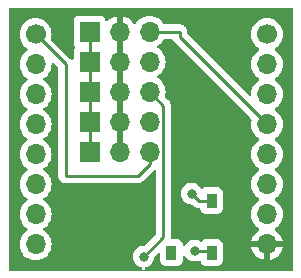
<source format=gbr>
%TF.GenerationSoftware,KiCad,Pcbnew,7.0.10*%
%TF.CreationDate,2024-08-23T10:21:53-04:00*%
%TF.ProjectId,mks_wifi_breakout,6d6b735f-7769-4666-995f-627265616b6f,rev?*%
%TF.SameCoordinates,Original*%
%TF.FileFunction,Copper,L1,Top*%
%TF.FilePolarity,Positive*%
%FSLAX46Y46*%
G04 Gerber Fmt 4.6, Leading zero omitted, Abs format (unit mm)*
G04 Created by KiCad (PCBNEW 7.0.10) date 2024-08-23 10:21:53*
%MOMM*%
%LPD*%
G01*
G04 APERTURE LIST*
%TA.AperFunction,ComponentPad*%
%ADD10R,1.700000X1.700000*%
%TD*%
%TA.AperFunction,ComponentPad*%
%ADD11O,1.700000X1.700000*%
%TD*%
%TA.AperFunction,SMDPad,CuDef*%
%ADD12R,0.900000X1.250000*%
%TD*%
%TA.AperFunction,ComponentPad*%
%ADD13C,1.700000*%
%TD*%
%TA.AperFunction,ViaPad*%
%ADD14C,0.800000*%
%TD*%
%TA.AperFunction,Conductor*%
%ADD15C,0.250000*%
%TD*%
%TA.AperFunction,Profile*%
%ADD16C,0.100000*%
%TD*%
G04 APERTURE END LIST*
D10*
%TO.P,PA10,1,Pin_1*%
%TO.N,+3V3*%
X136652000Y-74168000D03*
D11*
%TO.P,PA10,2,Pin_2*%
%TO.N,GND*%
X139192000Y-74168000D03*
%TO.P,PA10,3,Pin_3*%
%TO.N,/PA10*%
X141732000Y-74168000D03*
%TD*%
D10*
%TO.P,PA9,1,Pin_1*%
%TO.N,+3V3*%
X136652000Y-76708000D03*
D11*
%TO.P,PA9,2,Pin_2*%
%TO.N,GND*%
X139192000Y-76708000D03*
%TO.P,PA9,3,Pin_3*%
%TO.N,/PA9*%
X141732000Y-76708000D03*
%TD*%
D10*
%TO.P,PC7,1,Pin_1*%
%TO.N,+3V3*%
X136652000Y-71628000D03*
D11*
%TO.P,PC7,2,Pin_2*%
%TO.N,GND*%
X139192000Y-71628000D03*
%TO.P,PC7,3,Pin_3*%
%TO.N,/IO1*%
X141732000Y-71628000D03*
%TD*%
D10*
%TO.P,PA8,1,Pin_1*%
%TO.N,+3V3*%
X136652000Y-79248000D03*
D11*
%TO.P,PA8,2,Pin_2*%
%TO.N,GND*%
X139192000Y-79248000D03*
%TO.P,PA8,3,Pin_3*%
%TO.N,/IO0*%
X141732000Y-79248000D03*
%TD*%
D10*
%TO.P,PA5,1,Pin_1*%
%TO.N,+3V3*%
X136652000Y-81788000D03*
D11*
%TO.P,PA5,2,Pin_2*%
%TO.N,GND*%
X139192000Y-81788000D03*
%TO.P,PA5,3,Pin_3*%
%TO.N,/PA5*%
X141732000Y-81788000D03*
%TD*%
D12*
%TO.P,BZ1,*%
%TO.N,*%
X143588000Y-90338000D03*
%TO.P,BZ1,1,+*%
%TO.N,Net-(BZ1-+)*%
X146988000Y-90338000D03*
%TO.P,BZ1,2,-*%
%TO.N,Net-(BZ1--)*%
X146988000Y-85938000D03*
%TD*%
D13*
%TO.P,BLACK,1,Pin_1*%
%TO.N,/PA5*%
X132080000Y-71850000D03*
D11*
%TO.P,BLACK,2,Pin_2*%
%TO.N,unconnected-(J2-Pin_2-Pad2)*%
X132080000Y-74390000D03*
%TO.P,BLACK,3,Pin_3*%
%TO.N,unconnected-(J2-Pin_3-Pad3)*%
X132080000Y-76930000D03*
%TO.P,BLACK,4,Pin_4*%
%TO.N,unconnected-(J2-Pin_4-Pad4)*%
X132080000Y-79470000D03*
%TO.P,BLACK,5,Pin_5*%
%TO.N,unconnected-(J2-Pin_5-Pad5)*%
X132080000Y-82010000D03*
%TO.P,BLACK,6,Pin_6*%
%TO.N,unconnected-(J2-Pin_6-Pad6)*%
X132080000Y-84550000D03*
%TO.P,BLACK,7,Pin_7*%
%TO.N,unconnected-(J2-Pin_7-Pad7)*%
X132080000Y-87090000D03*
%TO.P,BLACK,8,Pin_8*%
%TO.N,+3V3*%
X132080000Y-89630000D03*
%TD*%
D13*
%TO.P,GREEN,1,Pin_1*%
%TO.N,/PA10*%
X151680000Y-71850000D03*
D11*
%TO.P,GREEN,2,Pin_2*%
%TO.N,/PA9*%
X151680000Y-74390000D03*
%TO.P,GREEN,3,Pin_3*%
%TO.N,unconnected-(J1-Pin_3-Pad3)*%
X151680000Y-76930000D03*
%TO.P,GREEN,4,Pin_4*%
%TO.N,/IO1*%
X151680000Y-79470000D03*
%TO.P,GREEN,5,Pin_5*%
%TO.N,/IO0*%
X151680000Y-82010000D03*
%TO.P,GREEN,6,Pin_6*%
%TO.N,unconnected-(J1-Pin_6-Pad6)*%
X151680000Y-84550000D03*
%TO.P,GREEN,7,Pin_7*%
%TO.N,unconnected-(J1-Pin_7-Pad7)*%
X151680000Y-87090000D03*
%TO.P,GREEN,8,Pin_8*%
%TO.N,GND*%
X151680000Y-89630000D03*
%TD*%
D14*
%TO.N,Net-(BZ1-+)*%
X145542000Y-90170000D03*
%TO.N,Net-(BZ1--)*%
X145288000Y-85344000D03*
%TO.N,/PA9*%
X141224000Y-90678000D03*
%TD*%
D15*
%TO.N,Net-(BZ1-+)*%
X145542000Y-90170000D02*
X146820000Y-90170000D01*
X146820000Y-90170000D02*
X146988000Y-90338000D01*
%TO.N,Net-(BZ1--)*%
X145882000Y-85938000D02*
X146988000Y-85938000D01*
X145288000Y-85344000D02*
X145882000Y-85938000D01*
%TO.N,/PA9*%
X142907000Y-88995000D02*
X141224000Y-90678000D01*
X141732000Y-76708000D02*
X142907000Y-77883000D01*
X142907000Y-77883000D02*
X142907000Y-88995000D01*
%TO.N,/IO1*%
X144272000Y-71628000D02*
X141732000Y-71628000D01*
X144272000Y-72062000D02*
X144272000Y-71628000D01*
X151680000Y-79470000D02*
X144272000Y-72062000D01*
%TO.N,GND*%
X139192000Y-79248000D02*
X139192000Y-81788000D01*
X139192000Y-71628000D02*
X139192000Y-74168000D01*
X139192000Y-76708000D02*
X139192000Y-79248000D01*
X139192000Y-74168000D02*
X139192000Y-76708000D01*
%TO.N,/PA5*%
X134620000Y-83820000D02*
X140716000Y-83820000D01*
X141732000Y-82804000D02*
X141732000Y-81788000D01*
X134620000Y-74390000D02*
X134620000Y-83820000D01*
X132080000Y-71850000D02*
X134620000Y-74390000D01*
X140716000Y-83820000D02*
X141732000Y-82804000D01*
%TO.N,+3V3*%
X136652000Y-74168000D02*
X136652000Y-76708000D01*
X136652000Y-79248000D02*
X136652000Y-81788000D01*
X136652000Y-71628000D02*
X136652000Y-74168000D01*
X136652000Y-76708000D02*
X136652000Y-79248000D01*
%TD*%
%TA.AperFunction,Conductor*%
%TO.N,GND*%
G36*
X153742539Y-69620185D02*
G01*
X153788294Y-69672989D01*
X153799500Y-69724500D01*
X153799500Y-91675500D01*
X153779815Y-91742539D01*
X153727011Y-91788294D01*
X153675500Y-91799500D01*
X141458704Y-91799500D01*
X141391665Y-91779815D01*
X141345910Y-91727011D01*
X141335966Y-91657853D01*
X141364991Y-91594297D01*
X141423769Y-91556523D01*
X141432923Y-91554210D01*
X141458398Y-91548794D01*
X141503803Y-91539144D01*
X141676730Y-91462151D01*
X141829871Y-91350888D01*
X141956533Y-91210216D01*
X142051179Y-91046284D01*
X142109674Y-90866256D01*
X142127321Y-90698344D01*
X142153904Y-90633734D01*
X142162951Y-90623638D01*
X142425821Y-90360768D01*
X142487142Y-90327285D01*
X142556834Y-90332269D01*
X142612767Y-90374141D01*
X142637184Y-90439605D01*
X142637500Y-90448451D01*
X142637500Y-91010870D01*
X142637501Y-91010876D01*
X142643908Y-91070483D01*
X142694202Y-91205328D01*
X142694206Y-91205335D01*
X142780452Y-91320544D01*
X142780455Y-91320547D01*
X142895664Y-91406793D01*
X142895671Y-91406797D01*
X143030517Y-91457091D01*
X143030516Y-91457091D01*
X143037444Y-91457835D01*
X143090127Y-91463500D01*
X144085872Y-91463499D01*
X144145483Y-91457091D01*
X144280331Y-91406796D01*
X144395546Y-91320546D01*
X144481796Y-91205331D01*
X144532091Y-91070483D01*
X144538500Y-91010873D01*
X144538499Y-90695657D01*
X144558183Y-90628621D01*
X144610987Y-90582866D01*
X144680146Y-90572922D01*
X144743701Y-90601947D01*
X144769886Y-90633660D01*
X144809467Y-90702216D01*
X144900754Y-90803600D01*
X144936129Y-90842888D01*
X145089265Y-90954148D01*
X145089270Y-90954151D01*
X145262192Y-91031142D01*
X145262197Y-91031144D01*
X145447354Y-91070500D01*
X145447355Y-91070500D01*
X145636644Y-91070500D01*
X145636646Y-91070500D01*
X145821803Y-91031144D01*
X145879181Y-91005597D01*
X145948426Y-90996312D01*
X146011703Y-91025940D01*
X146045796Y-91075544D01*
X146094202Y-91205328D01*
X146094206Y-91205335D01*
X146180452Y-91320544D01*
X146180455Y-91320547D01*
X146295664Y-91406793D01*
X146295671Y-91406797D01*
X146430517Y-91457091D01*
X146430516Y-91457091D01*
X146437444Y-91457835D01*
X146490127Y-91463500D01*
X147485872Y-91463499D01*
X147545483Y-91457091D01*
X147680331Y-91406796D01*
X147795546Y-91320546D01*
X147881796Y-91205331D01*
X147932091Y-91070483D01*
X147938500Y-91010873D01*
X147938499Y-89665128D01*
X147932091Y-89605517D01*
X147881796Y-89470669D01*
X147881795Y-89470668D01*
X147881793Y-89470664D01*
X147795547Y-89355455D01*
X147795544Y-89355452D01*
X147680335Y-89269206D01*
X147680328Y-89269202D01*
X147545482Y-89218908D01*
X147545483Y-89218908D01*
X147485883Y-89212501D01*
X147485881Y-89212500D01*
X147485873Y-89212500D01*
X147485864Y-89212500D01*
X146490129Y-89212500D01*
X146490123Y-89212501D01*
X146430516Y-89218908D01*
X146295671Y-89269202D01*
X146295664Y-89269206D01*
X146180457Y-89355451D01*
X146180447Y-89355460D01*
X146173542Y-89364685D01*
X146117607Y-89406554D01*
X146047915Y-89411536D01*
X146001395Y-89390691D01*
X145994732Y-89385850D01*
X145994729Y-89385848D01*
X145821807Y-89308857D01*
X145821802Y-89308855D01*
X145676001Y-89277865D01*
X145636646Y-89269500D01*
X145447354Y-89269500D01*
X145414897Y-89276398D01*
X145262197Y-89308855D01*
X145262192Y-89308857D01*
X145089270Y-89385848D01*
X145089265Y-89385851D01*
X144936129Y-89497111D01*
X144809467Y-89637783D01*
X144768604Y-89708560D01*
X144718036Y-89756775D01*
X144649429Y-89769997D01*
X144584565Y-89744029D01*
X144544037Y-89687115D01*
X144537927Y-89659811D01*
X144535559Y-89637784D01*
X144532091Y-89605517D01*
X144481796Y-89470669D01*
X144481795Y-89470668D01*
X144481793Y-89470664D01*
X144395547Y-89355455D01*
X144395544Y-89355452D01*
X144280335Y-89269206D01*
X144280328Y-89269202D01*
X144145482Y-89218908D01*
X144145483Y-89218908D01*
X144085883Y-89212501D01*
X144085881Y-89212500D01*
X144085873Y-89212500D01*
X144085865Y-89212500D01*
X143655656Y-89212500D01*
X143588617Y-89192815D01*
X143542862Y-89140011D01*
X143533986Y-89081821D01*
X143532500Y-89081821D01*
X143532500Y-89053983D01*
X143534027Y-89034582D01*
X143537160Y-89014804D01*
X143533050Y-88971324D01*
X143532500Y-88959655D01*
X143532500Y-85344000D01*
X144382540Y-85344000D01*
X144402326Y-85532256D01*
X144402327Y-85532259D01*
X144460818Y-85712277D01*
X144460821Y-85712284D01*
X144555467Y-85876216D01*
X144596309Y-85921575D01*
X144682129Y-86016888D01*
X144835265Y-86128148D01*
X144835270Y-86128151D01*
X145008192Y-86205142D01*
X145008197Y-86205144D01*
X145193354Y-86244500D01*
X145252547Y-86244500D01*
X145319586Y-86264185D01*
X145340228Y-86280819D01*
X145381197Y-86321788D01*
X145391022Y-86334051D01*
X145391243Y-86333869D01*
X145396211Y-86339874D01*
X145445222Y-86385899D01*
X145448021Y-86388612D01*
X145467522Y-86408114D01*
X145467526Y-86408117D01*
X145467529Y-86408120D01*
X145470702Y-86410581D01*
X145479574Y-86418159D01*
X145511418Y-86448062D01*
X145528976Y-86457714D01*
X145545233Y-86468393D01*
X145561064Y-86480673D01*
X145590803Y-86493542D01*
X145601152Y-86498021D01*
X145611641Y-86503160D01*
X145635457Y-86516252D01*
X145649908Y-86524197D01*
X145662523Y-86527435D01*
X145669305Y-86529177D01*
X145687719Y-86535481D01*
X145706104Y-86543438D01*
X145749261Y-86550273D01*
X145760656Y-86552632D01*
X145802981Y-86563500D01*
X145823016Y-86563500D01*
X145842413Y-86565026D01*
X145862196Y-86568160D01*
X145905675Y-86564050D01*
X145917344Y-86563500D01*
X145921023Y-86563500D01*
X145988062Y-86583185D01*
X146033817Y-86635989D01*
X146041266Y-86663134D01*
X146042124Y-86662932D01*
X146043907Y-86670479D01*
X146094202Y-86805328D01*
X146094206Y-86805335D01*
X146180452Y-86920544D01*
X146180455Y-86920547D01*
X146295664Y-87006793D01*
X146295671Y-87006797D01*
X146430517Y-87057091D01*
X146430516Y-87057091D01*
X146437444Y-87057835D01*
X146490127Y-87063500D01*
X147485872Y-87063499D01*
X147545483Y-87057091D01*
X147680331Y-87006796D01*
X147795546Y-86920546D01*
X147881796Y-86805331D01*
X147932091Y-86670483D01*
X147938500Y-86610873D01*
X147938499Y-85265128D01*
X147932091Y-85205517D01*
X147913525Y-85155740D01*
X147881797Y-85070671D01*
X147881793Y-85070664D01*
X147795547Y-84955455D01*
X147795544Y-84955452D01*
X147680335Y-84869206D01*
X147680328Y-84869202D01*
X147545482Y-84818908D01*
X147545483Y-84818908D01*
X147485883Y-84812501D01*
X147485881Y-84812500D01*
X147485873Y-84812500D01*
X147485864Y-84812500D01*
X146490129Y-84812500D01*
X146490123Y-84812501D01*
X146430516Y-84818908D01*
X146295671Y-84869202D01*
X146295664Y-84869206D01*
X146238551Y-84911961D01*
X146173087Y-84936378D01*
X146104814Y-84921526D01*
X146056854Y-84874693D01*
X146020536Y-84811788D01*
X146020534Y-84811785D01*
X145893870Y-84671111D01*
X145740734Y-84559851D01*
X145740729Y-84559848D01*
X145567807Y-84482857D01*
X145567802Y-84482855D01*
X145422001Y-84451865D01*
X145382646Y-84443500D01*
X145193354Y-84443500D01*
X145160897Y-84450398D01*
X145008197Y-84482855D01*
X145008192Y-84482857D01*
X144835270Y-84559848D01*
X144835265Y-84559851D01*
X144682129Y-84671111D01*
X144555466Y-84811785D01*
X144460821Y-84975715D01*
X144460818Y-84975722D01*
X144402327Y-85155740D01*
X144402326Y-85155744D01*
X144382540Y-85344000D01*
X143532500Y-85344000D01*
X143532500Y-77965742D01*
X143534224Y-77950122D01*
X143533939Y-77950096D01*
X143534671Y-77942340D01*
X143534673Y-77942333D01*
X143532561Y-77875126D01*
X143532500Y-77871231D01*
X143532500Y-77843654D01*
X143532500Y-77843650D01*
X143531996Y-77839665D01*
X143531080Y-77828021D01*
X143529709Y-77784373D01*
X143524122Y-77765144D01*
X143520174Y-77746084D01*
X143517663Y-77726204D01*
X143501588Y-77685604D01*
X143497804Y-77674552D01*
X143485618Y-77632609D01*
X143485616Y-77632606D01*
X143475423Y-77615371D01*
X143466861Y-77597894D01*
X143459487Y-77579269D01*
X143433816Y-77543937D01*
X143427405Y-77534177D01*
X143405170Y-77496580D01*
X143405168Y-77496578D01*
X143405165Y-77496574D01*
X143391006Y-77482415D01*
X143378368Y-77467619D01*
X143366594Y-77451413D01*
X143332940Y-77423572D01*
X143324299Y-77415709D01*
X143072237Y-77163647D01*
X143038752Y-77102324D01*
X143040143Y-77043872D01*
X143052588Y-76997427D01*
X143067063Y-76943408D01*
X143087659Y-76708000D01*
X143067063Y-76472592D01*
X143005903Y-76244337D01*
X142906035Y-76030171D01*
X142900731Y-76022595D01*
X142770494Y-75836597D01*
X142603402Y-75669506D01*
X142603396Y-75669501D01*
X142417842Y-75539575D01*
X142374217Y-75484998D01*
X142367023Y-75415500D01*
X142398546Y-75353145D01*
X142417842Y-75336425D01*
X142440026Y-75320891D01*
X142603401Y-75206495D01*
X142770495Y-75039401D01*
X142906035Y-74845830D01*
X143005903Y-74631663D01*
X143067063Y-74403408D01*
X143087659Y-74168000D01*
X143067063Y-73932592D01*
X143005903Y-73704337D01*
X142906035Y-73490171D01*
X142900731Y-73482595D01*
X142770494Y-73296597D01*
X142603402Y-73129506D01*
X142603396Y-73129501D01*
X142417842Y-72999575D01*
X142374217Y-72944998D01*
X142367023Y-72875500D01*
X142398546Y-72813145D01*
X142417842Y-72796425D01*
X142440026Y-72780891D01*
X142603401Y-72666495D01*
X142770495Y-72499401D01*
X142905652Y-72306377D01*
X142960229Y-72262752D01*
X143007227Y-72253500D01*
X143587826Y-72253500D01*
X143654865Y-72273185D01*
X143694559Y-72314380D01*
X143703580Y-72329634D01*
X143712138Y-72347103D01*
X143719514Y-72365732D01*
X143745181Y-72401060D01*
X143751593Y-72410821D01*
X143773828Y-72448417D01*
X143773833Y-72448424D01*
X143787990Y-72462580D01*
X143800628Y-72477376D01*
X143812405Y-72493586D01*
X143812406Y-72493587D01*
X143846057Y-72521425D01*
X143854698Y-72529288D01*
X150339761Y-79014352D01*
X150373246Y-79075675D01*
X150371855Y-79134124D01*
X150344937Y-79234589D01*
X150344937Y-79234590D01*
X150324341Y-79469999D01*
X150324341Y-79470000D01*
X150344936Y-79705403D01*
X150344938Y-79705413D01*
X150406094Y-79933655D01*
X150406096Y-79933659D01*
X150406097Y-79933663D01*
X150492560Y-80119082D01*
X150505965Y-80147830D01*
X150505967Y-80147834D01*
X150641501Y-80341395D01*
X150641506Y-80341402D01*
X150808597Y-80508493D01*
X150808603Y-80508498D01*
X150994158Y-80638425D01*
X151037783Y-80693002D01*
X151044977Y-80762500D01*
X151013454Y-80824855D01*
X150994158Y-80841575D01*
X150808597Y-80971505D01*
X150641505Y-81138597D01*
X150505965Y-81332169D01*
X150505964Y-81332171D01*
X150406098Y-81546335D01*
X150406094Y-81546344D01*
X150344938Y-81774586D01*
X150344936Y-81774596D01*
X150324341Y-82009999D01*
X150324341Y-82010000D01*
X150344936Y-82245403D01*
X150344938Y-82245413D01*
X150406094Y-82473655D01*
X150406096Y-82473659D01*
X150406097Y-82473663D01*
X150492560Y-82659082D01*
X150505965Y-82687830D01*
X150505967Y-82687834D01*
X150641501Y-82881395D01*
X150641506Y-82881402D01*
X150808597Y-83048493D01*
X150808603Y-83048498D01*
X150994158Y-83178425D01*
X151037783Y-83233002D01*
X151044977Y-83302500D01*
X151013454Y-83364855D01*
X150994158Y-83381575D01*
X150808597Y-83511505D01*
X150641505Y-83678597D01*
X150505965Y-83872169D01*
X150505964Y-83872171D01*
X150406098Y-84086335D01*
X150406094Y-84086344D01*
X150344938Y-84314586D01*
X150344936Y-84314596D01*
X150324341Y-84549999D01*
X150324341Y-84550000D01*
X150344936Y-84785403D01*
X150344938Y-84785413D01*
X150406094Y-85013655D01*
X150406096Y-85013659D01*
X150406097Y-85013663D01*
X150472349Y-85155740D01*
X150505965Y-85227830D01*
X150505967Y-85227834D01*
X150641501Y-85421395D01*
X150641506Y-85421402D01*
X150808597Y-85588493D01*
X150808603Y-85588498D01*
X150994158Y-85718425D01*
X151037783Y-85773002D01*
X151044977Y-85842500D01*
X151013454Y-85904855D01*
X150994158Y-85921575D01*
X150808597Y-86051505D01*
X150641505Y-86218597D01*
X150505965Y-86412169D01*
X150505964Y-86412171D01*
X150406098Y-86626335D01*
X150406094Y-86626344D01*
X150344938Y-86854586D01*
X150344936Y-86854596D01*
X150324341Y-87089999D01*
X150324341Y-87090000D01*
X150344936Y-87325403D01*
X150344938Y-87325413D01*
X150406094Y-87553655D01*
X150406096Y-87553659D01*
X150406097Y-87553663D01*
X150505965Y-87767830D01*
X150505967Y-87767834D01*
X150641501Y-87961395D01*
X150641506Y-87961402D01*
X150808597Y-88128493D01*
X150808603Y-88128498D01*
X150994594Y-88258730D01*
X151038219Y-88313307D01*
X151045413Y-88382805D01*
X151013890Y-88445160D01*
X150994595Y-88461880D01*
X150808922Y-88591890D01*
X150808920Y-88591891D01*
X150641891Y-88758920D01*
X150641886Y-88758926D01*
X150506400Y-88952420D01*
X150506399Y-88952422D01*
X150406570Y-89166507D01*
X150406567Y-89166513D01*
X150349364Y-89379999D01*
X150349364Y-89380000D01*
X151246314Y-89380000D01*
X151220507Y-89420156D01*
X151180000Y-89558111D01*
X151180000Y-89701889D01*
X151220507Y-89839844D01*
X151246314Y-89880000D01*
X150349364Y-89880000D01*
X150406567Y-90093486D01*
X150406570Y-90093492D01*
X150506399Y-90307578D01*
X150641894Y-90501082D01*
X150808917Y-90668105D01*
X151002421Y-90803600D01*
X151216507Y-90903429D01*
X151216516Y-90903433D01*
X151430000Y-90960634D01*
X151430000Y-90065501D01*
X151537685Y-90114680D01*
X151644237Y-90130000D01*
X151715763Y-90130000D01*
X151822315Y-90114680D01*
X151930000Y-90065501D01*
X151930000Y-90960633D01*
X152143483Y-90903433D01*
X152143492Y-90903429D01*
X152357578Y-90803600D01*
X152551082Y-90668105D01*
X152718105Y-90501082D01*
X152853600Y-90307578D01*
X152953429Y-90093492D01*
X152953432Y-90093486D01*
X153010636Y-89880000D01*
X152113686Y-89880000D01*
X152139493Y-89839844D01*
X152180000Y-89701889D01*
X152180000Y-89558111D01*
X152139493Y-89420156D01*
X152113686Y-89380000D01*
X153010636Y-89380000D01*
X153010635Y-89379999D01*
X152953432Y-89166513D01*
X152953429Y-89166507D01*
X152853600Y-88952422D01*
X152853599Y-88952420D01*
X152718113Y-88758926D01*
X152718108Y-88758920D01*
X152551078Y-88591890D01*
X152365405Y-88461879D01*
X152321780Y-88407302D01*
X152314588Y-88337804D01*
X152346110Y-88275449D01*
X152365406Y-88258730D01*
X152365842Y-88258425D01*
X152551401Y-88128495D01*
X152718495Y-87961401D01*
X152854035Y-87767830D01*
X152953903Y-87553663D01*
X153015063Y-87325408D01*
X153035659Y-87090000D01*
X153033340Y-87063500D01*
X153031539Y-87042918D01*
X153015063Y-86854592D01*
X152963763Y-86663134D01*
X152953905Y-86626344D01*
X152953904Y-86626343D01*
X152953903Y-86626337D01*
X152854035Y-86412171D01*
X152852916Y-86410572D01*
X152718494Y-86218597D01*
X152551402Y-86051506D01*
X152551396Y-86051501D01*
X152365842Y-85921575D01*
X152322217Y-85866998D01*
X152315023Y-85797500D01*
X152346546Y-85735145D01*
X152365842Y-85718425D01*
X152388026Y-85702891D01*
X152551401Y-85588495D01*
X152718495Y-85421401D01*
X152854035Y-85227830D01*
X152953903Y-85013663D01*
X153015063Y-84785408D01*
X153035659Y-84550000D01*
X153015063Y-84314592D01*
X152958966Y-84105233D01*
X152953905Y-84086344D01*
X152953904Y-84086343D01*
X152953903Y-84086337D01*
X152854035Y-83872171D01*
X152789787Y-83780414D01*
X152718494Y-83678597D01*
X152551402Y-83511506D01*
X152551396Y-83511501D01*
X152365842Y-83381575D01*
X152322217Y-83326998D01*
X152315023Y-83257500D01*
X152346546Y-83195145D01*
X152365842Y-83178425D01*
X152422862Y-83138499D01*
X152551401Y-83048495D01*
X152718495Y-82881401D01*
X152854035Y-82687830D01*
X152953903Y-82473663D01*
X153015063Y-82245408D01*
X153035659Y-82010000D01*
X153034595Y-81997844D01*
X153027260Y-81914000D01*
X153015063Y-81774592D01*
X152953903Y-81546337D01*
X152854035Y-81332171D01*
X152833834Y-81303320D01*
X152718494Y-81138597D01*
X152551402Y-80971506D01*
X152551396Y-80971501D01*
X152365842Y-80841575D01*
X152322217Y-80786998D01*
X152315023Y-80717500D01*
X152346546Y-80655145D01*
X152365842Y-80638425D01*
X152470706Y-80564998D01*
X152551401Y-80508495D01*
X152718495Y-80341401D01*
X152854035Y-80147830D01*
X152953903Y-79933663D01*
X153015063Y-79705408D01*
X153035659Y-79470000D01*
X153034595Y-79457844D01*
X153031539Y-79422918D01*
X153015063Y-79234592D01*
X152953903Y-79006337D01*
X152854035Y-78792171D01*
X152833834Y-78763320D01*
X152718494Y-78598597D01*
X152551402Y-78431506D01*
X152551396Y-78431501D01*
X152365842Y-78301575D01*
X152322217Y-78246998D01*
X152315023Y-78177500D01*
X152346546Y-78115145D01*
X152365842Y-78098425D01*
X152470706Y-78024998D01*
X152551401Y-77968495D01*
X152718495Y-77801401D01*
X152854035Y-77607830D01*
X152953903Y-77393663D01*
X153015063Y-77165408D01*
X153035659Y-76930000D01*
X153034595Y-76917844D01*
X153031539Y-76882918D01*
X153015063Y-76694592D01*
X152955579Y-76472592D01*
X152953905Y-76466344D01*
X152953904Y-76466343D01*
X152953903Y-76466337D01*
X152854035Y-76252171D01*
X152848555Y-76244344D01*
X152718494Y-76058597D01*
X152551402Y-75891506D01*
X152551396Y-75891501D01*
X152365842Y-75761575D01*
X152322217Y-75706998D01*
X152315023Y-75637500D01*
X152346546Y-75575145D01*
X152365842Y-75558425D01*
X152470706Y-75484998D01*
X152551401Y-75428495D01*
X152718495Y-75261401D01*
X152854035Y-75067830D01*
X152953903Y-74853663D01*
X153015063Y-74625408D01*
X153035659Y-74390000D01*
X153035610Y-74389445D01*
X153027030Y-74291372D01*
X153015063Y-74154592D01*
X152955579Y-73932592D01*
X152953905Y-73926344D01*
X152953904Y-73926343D01*
X152953903Y-73926337D01*
X152854035Y-73712171D01*
X152848555Y-73704344D01*
X152718494Y-73518597D01*
X152551402Y-73351506D01*
X152551396Y-73351501D01*
X152365842Y-73221575D01*
X152322217Y-73166998D01*
X152315023Y-73097500D01*
X152346546Y-73035145D01*
X152365842Y-73018425D01*
X152470706Y-72944998D01*
X152551401Y-72888495D01*
X152718495Y-72721401D01*
X152854035Y-72527830D01*
X152953903Y-72313663D01*
X153015063Y-72085408D01*
X153035659Y-71850000D01*
X153034595Y-71837844D01*
X153027045Y-71751547D01*
X153015063Y-71614592D01*
X152953903Y-71386337D01*
X152854035Y-71172171D01*
X152846257Y-71161062D01*
X152718494Y-70978597D01*
X152551402Y-70811506D01*
X152551395Y-70811501D01*
X152357834Y-70675967D01*
X152357830Y-70675965D01*
X152339887Y-70667598D01*
X152143663Y-70576097D01*
X152143659Y-70576096D01*
X152143655Y-70576094D01*
X151915413Y-70514938D01*
X151915403Y-70514936D01*
X151680001Y-70494341D01*
X151679999Y-70494341D01*
X151444596Y-70514936D01*
X151444586Y-70514938D01*
X151216344Y-70576094D01*
X151216335Y-70576098D01*
X151002171Y-70675964D01*
X151002169Y-70675965D01*
X150808597Y-70811505D01*
X150641505Y-70978597D01*
X150505965Y-71172169D01*
X150505964Y-71172171D01*
X150406098Y-71386335D01*
X150406094Y-71386344D01*
X150344938Y-71614586D01*
X150344936Y-71614596D01*
X150324341Y-71849999D01*
X150324341Y-71850000D01*
X150344936Y-72085403D01*
X150344938Y-72085413D01*
X150406094Y-72313655D01*
X150406096Y-72313659D01*
X150406097Y-72313663D01*
X150478758Y-72469484D01*
X150505965Y-72527830D01*
X150505967Y-72527834D01*
X150641501Y-72721395D01*
X150641506Y-72721402D01*
X150808597Y-72888493D01*
X150808603Y-72888498D01*
X150994158Y-73018425D01*
X151037783Y-73073002D01*
X151044977Y-73142500D01*
X151013454Y-73204855D01*
X150994158Y-73221575D01*
X150808597Y-73351505D01*
X150641505Y-73518597D01*
X150505965Y-73712169D01*
X150505964Y-73712171D01*
X150406098Y-73926335D01*
X150406094Y-73926344D01*
X150344938Y-74154586D01*
X150344936Y-74154596D01*
X150324341Y-74389999D01*
X150324341Y-74390000D01*
X150344936Y-74625403D01*
X150344938Y-74625413D01*
X150406094Y-74853655D01*
X150406096Y-74853659D01*
X150406097Y-74853663D01*
X150492560Y-75039082D01*
X150505965Y-75067830D01*
X150505967Y-75067834D01*
X150641501Y-75261395D01*
X150641506Y-75261402D01*
X150808597Y-75428493D01*
X150808603Y-75428498D01*
X150994158Y-75558425D01*
X151037783Y-75613002D01*
X151044977Y-75682500D01*
X151013454Y-75744855D01*
X150994158Y-75761575D01*
X150808597Y-75891505D01*
X150641505Y-76058597D01*
X150505965Y-76252169D01*
X150505964Y-76252171D01*
X150406098Y-76466335D01*
X150406094Y-76466344D01*
X150344938Y-76694586D01*
X150344936Y-76694596D01*
X150324341Y-76929999D01*
X150324341Y-76930388D01*
X150324292Y-76930553D01*
X150323869Y-76935394D01*
X150322896Y-76935308D01*
X150304656Y-76997427D01*
X150251852Y-77043182D01*
X150182694Y-77053126D01*
X150119138Y-77024101D01*
X150112660Y-77018069D01*
X144933819Y-71839228D01*
X144900334Y-71777905D01*
X144897500Y-71751547D01*
X144897500Y-71698844D01*
X144899697Y-71675606D01*
X144901227Y-71667586D01*
X144897745Y-71612241D01*
X144897500Y-71604455D01*
X144897500Y-71588650D01*
X144897499Y-71588646D01*
X144895516Y-71572951D01*
X144894788Y-71565260D01*
X144891304Y-71509862D01*
X144888779Y-71502092D01*
X144883687Y-71479314D01*
X144882664Y-71471208D01*
X144862233Y-71419606D01*
X144859608Y-71412315D01*
X144842467Y-71359559D01*
X144838089Y-71352661D01*
X144827495Y-71331868D01*
X144824486Y-71324268D01*
X144824484Y-71324265D01*
X144824483Y-71324263D01*
X144804821Y-71297202D01*
X144791870Y-71279377D01*
X144787501Y-71272947D01*
X144757785Y-71226122D01*
X144751834Y-71220534D01*
X144736398Y-71203025D01*
X144731594Y-71196413D01*
X144731591Y-71196411D01*
X144731591Y-71196410D01*
X144688862Y-71161062D01*
X144683018Y-71155910D01*
X144642584Y-71117940D01*
X144642577Y-71117934D01*
X144635415Y-71113997D01*
X144616114Y-71100880D01*
X144609824Y-71095677D01*
X144609823Y-71095676D01*
X144559620Y-71072052D01*
X144552720Y-71068536D01*
X144504092Y-71041803D01*
X144504089Y-71041802D01*
X144504085Y-71041800D01*
X144496174Y-71039769D01*
X144474222Y-71031866D01*
X144466825Y-71028385D01*
X144466821Y-71028384D01*
X144412356Y-71017994D01*
X144404758Y-71016296D01*
X144351023Y-71002500D01*
X144351019Y-71002500D01*
X144342847Y-71002500D01*
X144319615Y-71000304D01*
X144311588Y-70998773D01*
X144311585Y-70998772D01*
X144256241Y-71002255D01*
X144248455Y-71002500D01*
X143007227Y-71002500D01*
X142940188Y-70982815D01*
X142905652Y-70949623D01*
X142770494Y-70756597D01*
X142603402Y-70589506D01*
X142603395Y-70589501D01*
X142409834Y-70453967D01*
X142409830Y-70453965D01*
X142409828Y-70453964D01*
X142195663Y-70354097D01*
X142195659Y-70354096D01*
X142195655Y-70354094D01*
X141967413Y-70292938D01*
X141967403Y-70292936D01*
X141732001Y-70272341D01*
X141731999Y-70272341D01*
X141496596Y-70292936D01*
X141496586Y-70292938D01*
X141268344Y-70354094D01*
X141268335Y-70354098D01*
X141054171Y-70453964D01*
X141054169Y-70453965D01*
X140860597Y-70589505D01*
X140693508Y-70756594D01*
X140563269Y-70942595D01*
X140508692Y-70986219D01*
X140439193Y-70993412D01*
X140376839Y-70961890D01*
X140360119Y-70942594D01*
X140230113Y-70756926D01*
X140230108Y-70756920D01*
X140063082Y-70589894D01*
X139869578Y-70454399D01*
X139655492Y-70354570D01*
X139655486Y-70354567D01*
X139442000Y-70297364D01*
X139442000Y-71192498D01*
X139334315Y-71143320D01*
X139227763Y-71128000D01*
X139156237Y-71128000D01*
X139049685Y-71143320D01*
X138942000Y-71192498D01*
X138942000Y-70297364D01*
X138941999Y-70297364D01*
X138728513Y-70354567D01*
X138728507Y-70354570D01*
X138514422Y-70454399D01*
X138514420Y-70454400D01*
X138320926Y-70589886D01*
X138198865Y-70711947D01*
X138137542Y-70745431D01*
X138067850Y-70740447D01*
X138011917Y-70698575D01*
X137995002Y-70667598D01*
X137945797Y-70535671D01*
X137945793Y-70535664D01*
X137859547Y-70420455D01*
X137859544Y-70420452D01*
X137744335Y-70334206D01*
X137744328Y-70334202D01*
X137609482Y-70283908D01*
X137609483Y-70283908D01*
X137549883Y-70277501D01*
X137549881Y-70277500D01*
X137549873Y-70277500D01*
X137549864Y-70277500D01*
X135754129Y-70277500D01*
X135754123Y-70277501D01*
X135694516Y-70283908D01*
X135559671Y-70334202D01*
X135559664Y-70334206D01*
X135444455Y-70420452D01*
X135444452Y-70420455D01*
X135358206Y-70535664D01*
X135358202Y-70535671D01*
X135307908Y-70670517D01*
X135301501Y-70730116D01*
X135301500Y-70730135D01*
X135301500Y-72525870D01*
X135301501Y-72525876D01*
X135307908Y-72585483D01*
X135358202Y-72720328D01*
X135358203Y-72720330D01*
X135435578Y-72823689D01*
X135459995Y-72889153D01*
X135445144Y-72957426D01*
X135435578Y-72972311D01*
X135358203Y-73075669D01*
X135358202Y-73075671D01*
X135307908Y-73210517D01*
X135301501Y-73270116D01*
X135301500Y-73270135D01*
X135301500Y-73882208D01*
X135281815Y-73949247D01*
X135229011Y-73995002D01*
X135159853Y-74004946D01*
X135096297Y-73975921D01*
X135085207Y-73963838D01*
X135084932Y-73964097D01*
X135079595Y-73958413D01*
X135045945Y-73930576D01*
X135037304Y-73922713D01*
X133420237Y-72305646D01*
X133386752Y-72244323D01*
X133388142Y-72185876D01*
X133415063Y-72085408D01*
X133435659Y-71850000D01*
X133434595Y-71837844D01*
X133427045Y-71751547D01*
X133415063Y-71614592D01*
X133353903Y-71386337D01*
X133254035Y-71172171D01*
X133246257Y-71161062D01*
X133118494Y-70978597D01*
X132951402Y-70811506D01*
X132951395Y-70811501D01*
X132757834Y-70675967D01*
X132757830Y-70675965D01*
X132739887Y-70667598D01*
X132543663Y-70576097D01*
X132543659Y-70576096D01*
X132543655Y-70576094D01*
X132315413Y-70514938D01*
X132315403Y-70514936D01*
X132080001Y-70494341D01*
X132079999Y-70494341D01*
X131844596Y-70514936D01*
X131844586Y-70514938D01*
X131616344Y-70576094D01*
X131616335Y-70576098D01*
X131402171Y-70675964D01*
X131402169Y-70675965D01*
X131208597Y-70811505D01*
X131041505Y-70978597D01*
X130905965Y-71172169D01*
X130905964Y-71172171D01*
X130806098Y-71386335D01*
X130806094Y-71386344D01*
X130744938Y-71614586D01*
X130744936Y-71614596D01*
X130724341Y-71849999D01*
X130724341Y-71850000D01*
X130744936Y-72085403D01*
X130744938Y-72085413D01*
X130806094Y-72313655D01*
X130806096Y-72313659D01*
X130806097Y-72313663D01*
X130878758Y-72469484D01*
X130905965Y-72527830D01*
X130905967Y-72527834D01*
X131041501Y-72721395D01*
X131041506Y-72721402D01*
X131208597Y-72888493D01*
X131208603Y-72888498D01*
X131394158Y-73018425D01*
X131437783Y-73073002D01*
X131444977Y-73142500D01*
X131413454Y-73204855D01*
X131394158Y-73221575D01*
X131208597Y-73351505D01*
X131041505Y-73518597D01*
X130905965Y-73712169D01*
X130905964Y-73712171D01*
X130806098Y-73926335D01*
X130806094Y-73926344D01*
X130744938Y-74154586D01*
X130744936Y-74154596D01*
X130724341Y-74389999D01*
X130724341Y-74390000D01*
X130744936Y-74625403D01*
X130744938Y-74625413D01*
X130806094Y-74853655D01*
X130806096Y-74853659D01*
X130806097Y-74853663D01*
X130892560Y-75039082D01*
X130905965Y-75067830D01*
X130905967Y-75067834D01*
X131041501Y-75261395D01*
X131041506Y-75261402D01*
X131208597Y-75428493D01*
X131208603Y-75428498D01*
X131394158Y-75558425D01*
X131437783Y-75613002D01*
X131444977Y-75682500D01*
X131413454Y-75744855D01*
X131394158Y-75761575D01*
X131208597Y-75891505D01*
X131041505Y-76058597D01*
X130905965Y-76252169D01*
X130905964Y-76252171D01*
X130806098Y-76466335D01*
X130806094Y-76466344D01*
X130744938Y-76694586D01*
X130744936Y-76694596D01*
X130724341Y-76929999D01*
X130724341Y-76930000D01*
X130744936Y-77165403D01*
X130744938Y-77165413D01*
X130806094Y-77393655D01*
X130806096Y-77393659D01*
X130806097Y-77393663D01*
X130854088Y-77496580D01*
X130905965Y-77607830D01*
X130905967Y-77607834D01*
X131041501Y-77801395D01*
X131041506Y-77801402D01*
X131208597Y-77968493D01*
X131208603Y-77968498D01*
X131394158Y-78098425D01*
X131437783Y-78153002D01*
X131444977Y-78222500D01*
X131413454Y-78284855D01*
X131394158Y-78301575D01*
X131208597Y-78431505D01*
X131041505Y-78598597D01*
X130905965Y-78792169D01*
X130905964Y-78792171D01*
X130806098Y-79006335D01*
X130806094Y-79006344D01*
X130744938Y-79234586D01*
X130744936Y-79234596D01*
X130724341Y-79469999D01*
X130724341Y-79470000D01*
X130744936Y-79705403D01*
X130744938Y-79705413D01*
X130806094Y-79933655D01*
X130806096Y-79933659D01*
X130806097Y-79933663D01*
X130892560Y-80119082D01*
X130905965Y-80147830D01*
X130905967Y-80147834D01*
X131041501Y-80341395D01*
X131041506Y-80341402D01*
X131208597Y-80508493D01*
X131208603Y-80508498D01*
X131394158Y-80638425D01*
X131437783Y-80693002D01*
X131444977Y-80762500D01*
X131413454Y-80824855D01*
X131394158Y-80841575D01*
X131208597Y-80971505D01*
X131041505Y-81138597D01*
X130905965Y-81332169D01*
X130905964Y-81332171D01*
X130806098Y-81546335D01*
X130806094Y-81546344D01*
X130744938Y-81774586D01*
X130744936Y-81774596D01*
X130724341Y-82009999D01*
X130724341Y-82010000D01*
X130744936Y-82245403D01*
X130744938Y-82245413D01*
X130806094Y-82473655D01*
X130806096Y-82473659D01*
X130806097Y-82473663D01*
X130892560Y-82659082D01*
X130905965Y-82687830D01*
X130905967Y-82687834D01*
X131041501Y-82881395D01*
X131041506Y-82881402D01*
X131208597Y-83048493D01*
X131208603Y-83048498D01*
X131394158Y-83178425D01*
X131437783Y-83233002D01*
X131444977Y-83302500D01*
X131413454Y-83364855D01*
X131394158Y-83381575D01*
X131208597Y-83511505D01*
X131041505Y-83678597D01*
X130905965Y-83872169D01*
X130905964Y-83872171D01*
X130806098Y-84086335D01*
X130806094Y-84086344D01*
X130744938Y-84314586D01*
X130744936Y-84314596D01*
X130724341Y-84549999D01*
X130724341Y-84550000D01*
X130744936Y-84785403D01*
X130744938Y-84785413D01*
X130806094Y-85013655D01*
X130806096Y-85013659D01*
X130806097Y-85013663D01*
X130872349Y-85155740D01*
X130905965Y-85227830D01*
X130905967Y-85227834D01*
X131041501Y-85421395D01*
X131041506Y-85421402D01*
X131208597Y-85588493D01*
X131208603Y-85588498D01*
X131394158Y-85718425D01*
X131437783Y-85773002D01*
X131444977Y-85842500D01*
X131413454Y-85904855D01*
X131394158Y-85921575D01*
X131208597Y-86051505D01*
X131041505Y-86218597D01*
X130905965Y-86412169D01*
X130905964Y-86412171D01*
X130806098Y-86626335D01*
X130806094Y-86626344D01*
X130744938Y-86854586D01*
X130744936Y-86854596D01*
X130724341Y-87089999D01*
X130724341Y-87090000D01*
X130744936Y-87325403D01*
X130744938Y-87325413D01*
X130806094Y-87553655D01*
X130806096Y-87553659D01*
X130806097Y-87553663D01*
X130905965Y-87767830D01*
X130905967Y-87767834D01*
X131041501Y-87961395D01*
X131041506Y-87961402D01*
X131208597Y-88128493D01*
X131208603Y-88128498D01*
X131394158Y-88258425D01*
X131437783Y-88313002D01*
X131444977Y-88382500D01*
X131413454Y-88444855D01*
X131394158Y-88461575D01*
X131208597Y-88591505D01*
X131041505Y-88758597D01*
X130905965Y-88952169D01*
X130905964Y-88952171D01*
X130806098Y-89166335D01*
X130806094Y-89166344D01*
X130744938Y-89394586D01*
X130744936Y-89394596D01*
X130724341Y-89629999D01*
X130724341Y-89630000D01*
X130744936Y-89865403D01*
X130744938Y-89865413D01*
X130806094Y-90093655D01*
X130806096Y-90093659D01*
X130806097Y-90093663D01*
X130841694Y-90170000D01*
X130905965Y-90307830D01*
X130905967Y-90307834D01*
X130998235Y-90439605D01*
X131041505Y-90501401D01*
X131208599Y-90668495D01*
X131222174Y-90678000D01*
X131402165Y-90804032D01*
X131402167Y-90804033D01*
X131402170Y-90804035D01*
X131616337Y-90903903D01*
X131844592Y-90965063D01*
X132032918Y-90981539D01*
X132079999Y-90985659D01*
X132080000Y-90985659D01*
X132080001Y-90985659D01*
X132119234Y-90982226D01*
X132315408Y-90965063D01*
X132543663Y-90903903D01*
X132757830Y-90804035D01*
X132951401Y-90668495D01*
X133118495Y-90501401D01*
X133254035Y-90307830D01*
X133353903Y-90093663D01*
X133415063Y-89865408D01*
X133435659Y-89630000D01*
X133415063Y-89394592D01*
X133353903Y-89166337D01*
X133254035Y-88952171D01*
X133118495Y-88758599D01*
X133118494Y-88758597D01*
X132951402Y-88591506D01*
X132951396Y-88591501D01*
X132765842Y-88461575D01*
X132722217Y-88406998D01*
X132715023Y-88337500D01*
X132746546Y-88275145D01*
X132765842Y-88258425D01*
X132788026Y-88242891D01*
X132951401Y-88128495D01*
X133118495Y-87961401D01*
X133254035Y-87767830D01*
X133353903Y-87553663D01*
X133415063Y-87325408D01*
X133435659Y-87090000D01*
X133433340Y-87063500D01*
X133431539Y-87042918D01*
X133415063Y-86854592D01*
X133363763Y-86663134D01*
X133353905Y-86626344D01*
X133353904Y-86626343D01*
X133353903Y-86626337D01*
X133254035Y-86412171D01*
X133252916Y-86410572D01*
X133118494Y-86218597D01*
X132951402Y-86051506D01*
X132951396Y-86051501D01*
X132765842Y-85921575D01*
X132722217Y-85866998D01*
X132715023Y-85797500D01*
X132746546Y-85735145D01*
X132765842Y-85718425D01*
X132788026Y-85702891D01*
X132951401Y-85588495D01*
X133118495Y-85421401D01*
X133254035Y-85227830D01*
X133353903Y-85013663D01*
X133415063Y-84785408D01*
X133435659Y-84550000D01*
X133415063Y-84314592D01*
X133358966Y-84105233D01*
X133353905Y-84086344D01*
X133353904Y-84086343D01*
X133353903Y-84086337D01*
X133254035Y-83872171D01*
X133189787Y-83780414D01*
X133118494Y-83678597D01*
X132951402Y-83511506D01*
X132951396Y-83511501D01*
X132765842Y-83381575D01*
X132722217Y-83326998D01*
X132715023Y-83257500D01*
X132746546Y-83195145D01*
X132765842Y-83178425D01*
X132822862Y-83138499D01*
X132951401Y-83048495D01*
X133118495Y-82881401D01*
X133254035Y-82687830D01*
X133353903Y-82473663D01*
X133415063Y-82245408D01*
X133435659Y-82010000D01*
X133434595Y-81997844D01*
X133427260Y-81914000D01*
X133415063Y-81774592D01*
X133353903Y-81546337D01*
X133254035Y-81332171D01*
X133233834Y-81303320D01*
X133118494Y-81138597D01*
X132951402Y-80971506D01*
X132951396Y-80971501D01*
X132765842Y-80841575D01*
X132722217Y-80786998D01*
X132715023Y-80717500D01*
X132746546Y-80655145D01*
X132765842Y-80638425D01*
X132870706Y-80564998D01*
X132951401Y-80508495D01*
X133118495Y-80341401D01*
X133254035Y-80147830D01*
X133353903Y-79933663D01*
X133415063Y-79705408D01*
X133435659Y-79470000D01*
X133434595Y-79457844D01*
X133431539Y-79422918D01*
X133415063Y-79234592D01*
X133353903Y-79006337D01*
X133254035Y-78792171D01*
X133233834Y-78763320D01*
X133118494Y-78598597D01*
X132951402Y-78431506D01*
X132951396Y-78431501D01*
X132765842Y-78301575D01*
X132722217Y-78246998D01*
X132715023Y-78177500D01*
X132746546Y-78115145D01*
X132765842Y-78098425D01*
X132870706Y-78024998D01*
X132951401Y-77968495D01*
X133118495Y-77801401D01*
X133254035Y-77607830D01*
X133353903Y-77393663D01*
X133415063Y-77165408D01*
X133435659Y-76930000D01*
X133434595Y-76917844D01*
X133431539Y-76882918D01*
X133415063Y-76694592D01*
X133355579Y-76472592D01*
X133353905Y-76466344D01*
X133353904Y-76466343D01*
X133353903Y-76466337D01*
X133254035Y-76252171D01*
X133248555Y-76244344D01*
X133118494Y-76058597D01*
X132951402Y-75891506D01*
X132951396Y-75891501D01*
X132765842Y-75761575D01*
X132722217Y-75706998D01*
X132715023Y-75637500D01*
X132746546Y-75575145D01*
X132765842Y-75558425D01*
X132870706Y-75484998D01*
X132951401Y-75428495D01*
X133118495Y-75261401D01*
X133254035Y-75067830D01*
X133353903Y-74853663D01*
X133415063Y-74625408D01*
X133435659Y-74390000D01*
X133435659Y-74389999D01*
X133435659Y-74389611D01*
X133435707Y-74389445D01*
X133436131Y-74384606D01*
X133437103Y-74384691D01*
X133455344Y-74322572D01*
X133508148Y-74276817D01*
X133577306Y-74266873D01*
X133640862Y-74295898D01*
X133647331Y-74301922D01*
X133696060Y-74350650D01*
X133958181Y-74612771D01*
X133991666Y-74674094D01*
X133994500Y-74700452D01*
X133994500Y-83749152D01*
X133992305Y-83772382D01*
X133990773Y-83780414D01*
X133994255Y-83835757D01*
X133994500Y-83843543D01*
X133994500Y-83859356D01*
X133996481Y-83875037D01*
X133997213Y-83882785D01*
X134000696Y-83938138D01*
X134003222Y-83945914D01*
X134008309Y-83968672D01*
X134009334Y-83976784D01*
X134009336Y-83976791D01*
X134029753Y-84028359D01*
X134032390Y-84035685D01*
X134049532Y-84088440D01*
X134053907Y-84095333D01*
X134064503Y-84116129D01*
X134067511Y-84123726D01*
X134067513Y-84123730D01*
X134100121Y-84168612D01*
X134104498Y-84175053D01*
X134134213Y-84221875D01*
X134134213Y-84221876D01*
X134140164Y-84227464D01*
X134155604Y-84244978D01*
X134160403Y-84251585D01*
X134203146Y-84286945D01*
X134208978Y-84292087D01*
X134249418Y-84330062D01*
X134256578Y-84333998D01*
X134275879Y-84347114D01*
X134282177Y-84352324D01*
X134282178Y-84352324D01*
X134282179Y-84352325D01*
X134332362Y-84375939D01*
X134339305Y-84379477D01*
X134387903Y-84406195D01*
X134387905Y-84406195D01*
X134387908Y-84406197D01*
X134393205Y-84407556D01*
X134395814Y-84408227D01*
X134417776Y-84416132D01*
X134425174Y-84419614D01*
X134479666Y-84430008D01*
X134487263Y-84431707D01*
X134540981Y-84445500D01*
X134549153Y-84445500D01*
X134572385Y-84447696D01*
X134573989Y-84448001D01*
X134580412Y-84449227D01*
X134580413Y-84449226D01*
X134580414Y-84449227D01*
X134635759Y-84445745D01*
X134643545Y-84445500D01*
X140633257Y-84445500D01*
X140648877Y-84447224D01*
X140648904Y-84446939D01*
X140656660Y-84447671D01*
X140656667Y-84447673D01*
X140723873Y-84445561D01*
X140727768Y-84445500D01*
X140755346Y-84445500D01*
X140755350Y-84445500D01*
X140759324Y-84444997D01*
X140770963Y-84444080D01*
X140814627Y-84442709D01*
X140833869Y-84437117D01*
X140852912Y-84433174D01*
X140872792Y-84430664D01*
X140913401Y-84414585D01*
X140924444Y-84410803D01*
X140966390Y-84398618D01*
X140983629Y-84388422D01*
X141001103Y-84379862D01*
X141019727Y-84372488D01*
X141019727Y-84372487D01*
X141019732Y-84372486D01*
X141055083Y-84346800D01*
X141064814Y-84340408D01*
X141102420Y-84318170D01*
X141116589Y-84303999D01*
X141131379Y-84291368D01*
X141147587Y-84279594D01*
X141175438Y-84245926D01*
X141183279Y-84237309D01*
X142069821Y-83350768D01*
X142131142Y-83317285D01*
X142200834Y-83322269D01*
X142256767Y-83364141D01*
X142281184Y-83429605D01*
X142281500Y-83438451D01*
X142281500Y-88684547D01*
X142261815Y-88751586D01*
X142245181Y-88772228D01*
X141276228Y-89741181D01*
X141214905Y-89774666D01*
X141188547Y-89777500D01*
X141129354Y-89777500D01*
X141096897Y-89784398D01*
X140944197Y-89816855D01*
X140944192Y-89816857D01*
X140771270Y-89893848D01*
X140771265Y-89893851D01*
X140618129Y-90005111D01*
X140491466Y-90145785D01*
X140396821Y-90309715D01*
X140396818Y-90309722D01*
X140354617Y-90439605D01*
X140338326Y-90489744D01*
X140318540Y-90678000D01*
X140338326Y-90866256D01*
X140338327Y-90866259D01*
X140396818Y-91046277D01*
X140396821Y-91046284D01*
X140491467Y-91210216D01*
X140590807Y-91320544D01*
X140618129Y-91350888D01*
X140771265Y-91462148D01*
X140771270Y-91462151D01*
X140944192Y-91539142D01*
X140944197Y-91539144D01*
X141015077Y-91554210D01*
X141076559Y-91587402D01*
X141110335Y-91648565D01*
X141105683Y-91718280D01*
X141064078Y-91774412D01*
X140998731Y-91799141D01*
X140989296Y-91799500D01*
X129924500Y-91799500D01*
X129857461Y-91779815D01*
X129811706Y-91727011D01*
X129800500Y-91675500D01*
X129800500Y-69724500D01*
X129820185Y-69657461D01*
X129872989Y-69611706D01*
X129924500Y-69600500D01*
X153675500Y-69600500D01*
X153742539Y-69620185D01*
G37*
%TD.AperFunction*%
%TA.AperFunction,Conductor*%
G36*
X139442000Y-81352498D02*
G01*
X139334315Y-81303320D01*
X139227763Y-81288000D01*
X139156237Y-81288000D01*
X139049685Y-81303320D01*
X138942000Y-81352498D01*
X138942000Y-79683501D01*
X139049685Y-79732680D01*
X139156237Y-79748000D01*
X139227763Y-79748000D01*
X139334315Y-79732680D01*
X139442000Y-79683501D01*
X139442000Y-81352498D01*
G37*
%TD.AperFunction*%
%TA.AperFunction,Conductor*%
G36*
X139442000Y-78812498D02*
G01*
X139334315Y-78763320D01*
X139227763Y-78748000D01*
X139156237Y-78748000D01*
X139049685Y-78763320D01*
X138942000Y-78812498D01*
X138942000Y-77143501D01*
X139049685Y-77192680D01*
X139156237Y-77208000D01*
X139227763Y-77208000D01*
X139334315Y-77192680D01*
X139442000Y-77143501D01*
X139442000Y-78812498D01*
G37*
%TD.AperFunction*%
%TA.AperFunction,Conductor*%
G36*
X139442000Y-76272498D02*
G01*
X139334315Y-76223320D01*
X139227763Y-76208000D01*
X139156237Y-76208000D01*
X139049685Y-76223320D01*
X138942000Y-76272498D01*
X138942000Y-74603501D01*
X139049685Y-74652680D01*
X139156237Y-74668000D01*
X139227763Y-74668000D01*
X139334315Y-74652680D01*
X139442000Y-74603501D01*
X139442000Y-76272498D01*
G37*
%TD.AperFunction*%
%TA.AperFunction,Conductor*%
G36*
X139442000Y-73732498D02*
G01*
X139334315Y-73683320D01*
X139227763Y-73668000D01*
X139156237Y-73668000D01*
X139049685Y-73683320D01*
X138942000Y-73732498D01*
X138942000Y-72063501D01*
X139049685Y-72112680D01*
X139156237Y-72128000D01*
X139227763Y-72128000D01*
X139334315Y-72112680D01*
X139442000Y-72063501D01*
X139442000Y-73732498D01*
G37*
%TD.AperFunction*%
%TD*%
D16*
X129800000Y-69600000D02*
X153800000Y-69600000D01*
X153800000Y-91800000D01*
X129800000Y-91800000D01*
X129800000Y-69600000D01*
M02*

</source>
